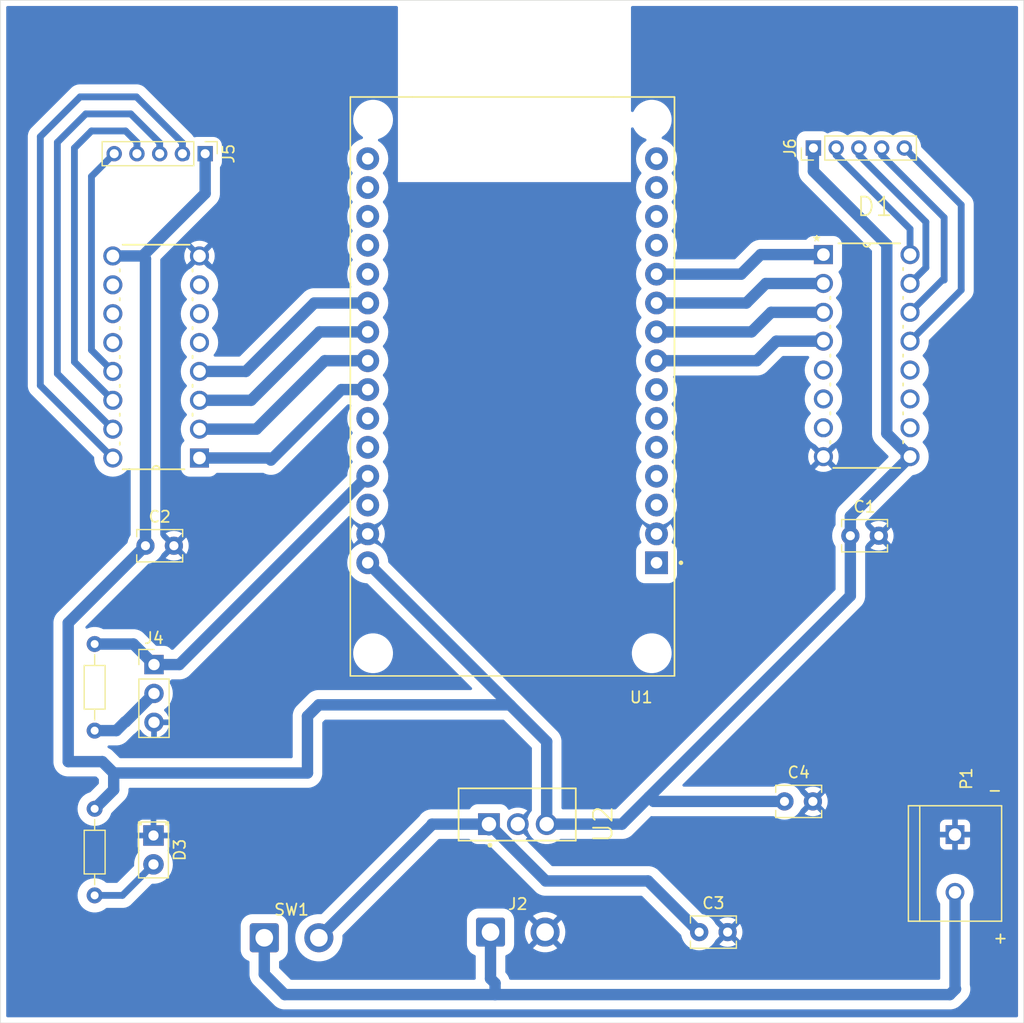
<source format=kicad_pcb>
(kicad_pcb (version 20240108) (generator "pcbnew") (generator_version "8.0")
  (layers (0 "F.Cu" signal) (31 "B.Cu" signal) (34 "B.Paste" user) (35 "F.Paste" user) (36 "B.SilkS" user "B.Silkscreen") (37 "F.SilkS" user "F.Silkscreen") (38 "B.Mask" user) (39 "F.Mask" user) (44 "Edge.Cuts" user))
  (net 0 "")
  (net 1 "GND")
  (net 2 "+5V")
  (net 3 "/D1 in3")
  (net 4 "/D1 in1")
  (net 5 "/D1 in2")
  (net 7 "Net-(D1-OUT2)")
  (net 12 "Net-(D1-OUT3)")
  (net 13 "Net-(D1-OUT4)")
  (net 14 "Net-(D1-OUT1)")
  (net 16 "/D1 in4")
  (net 17 "/D2 in4")
  (net 18 "/D2 in2")
  (net 19 "Net-(D2-OUT4)")
  (net 21 "/D2 in1")
  (net 22 "Net-(D2-OUT3)")
  (net 23 "/D2 in3")
  (net 25 "Net-(D2-OUT2)")
  (net 26 "Net-(D2-OUT1)")
  (net 31 "+12V")
  (net 32 "/sensor")
  (net 47 "Net-(SW1-B)")
  (net 52 "Net-(D3-A)")
  (footprint "Resistor_THT:R_Axial_DIN0204_L3.6mm_D1.6mm_P7.62mm_Horizontal" (layer "F.Cu") (at 108.825406 116.65 -90)
    (property "Reference" "R1" (hide yes))
    (property "Value" "4.3K ohms")
    (fp_line (start 1.89 0.92) (end 5.73 0.92) (stroke (width 0.12)) (layer "F.SilkS"))
    (fp_line (start 5.73 0.92) (end 5.73 -0.92) (stroke (width 0.12)) (layer "F.SilkS"))
    (fp_line (start 0.94 0) (end 1.89 0) (stroke (width 0.12)) (layer "F.SilkS"))
    (fp_line (start 6.68 0) (end 5.73 0) (stroke (width 0.12)) (layer "F.SilkS"))
    (fp_line (start 1.89 -0.92) (end 1.89 0.92) (stroke (width 0.12)) (layer "F.SilkS"))
    (fp_line (start 5.73 -0.92) (end 1.89 -0.92) (stroke (width 0.12)) (layer "F.SilkS"))
    (pad "1" thru_hole circle (at 0 0 270) (size 1.4 1.4) (drill 0.7) (layers "*.Cu" "*.Mask") (net 32 "/sensor"))
    (pad "2" thru_hole oval (at 7.62 0 270) (size 1.4 1.4) (drill 0.7) (layers "*.Cu" "*.Mask") (net 2 "+5V"))
  )
  (footprint "ESP32-DEVKIT-V1:MODULE_ESP32_DEVKIT_V1" (layer "F.Cu") (at 145.545406 93.985 180)
    (property "Reference" "U1" (at -11.355 -27.36 0) (layer "F.SilkS"))
    (property "Value" "ESP32-DEVKIT-V1")
    (fp_line (start 14.23 25.475) (end -14.28 25.475) (stroke (width 0.127)) (layer "F.SilkS"))
    (fp_line (start 14.23 -25.475) (end 14.23 25.475) (stroke (width 0.127)) (layer "F.SilkS"))
    (fp_line (start 14.23 -25.475) (end 14.23 25.475) (stroke (width 0.127)) (layer "F.SilkS"))
    (fp_line (start 8.78 25.475) (end 14.23 25.475) (stroke (width 0.127)) (layer "F.SilkS"))
    (fp_line (start 3.5 -25.475) (end 14.23 -25.475) (stroke (width 0.127)) (layer "F.SilkS"))
    (fp_line (start -3.211 -25.475) (end 3.5 -25.475) (stroke (width 0.127)) (layer "F.SilkS"))
    (fp_line (start -8.91 25.475) (end 8.78 25.475) (stroke (width 0.127)) (layer "F.SilkS"))
    (fp_line (start -14.28 25.475) (end -8.91 25.475) (stroke (width 0.127)) (layer "F.SilkS"))
    (fp_line (start -14.28 25.475) (end -14.28 -25.475) (stroke (width 0.127)) (layer "F.SilkS"))
    (fp_line (start -14.28 25.475) (end -14.28 -25.475) (stroke (width 0.127)) (layer "F.SilkS"))
    (fp_line (start -14.28 -25.475) (end 14.23 -25.475) (stroke (width 0.127)) (layer "F.SilkS"))
    (fp_line (start -14.28 -25.475) (end -3.211 -25.475) (stroke (width 0.127)) (layer "F.SilkS"))
    (fp_circle (center -14.85 -15.515) (end -14.75 -15.515) (stroke (width 0.2)) (fill none) (layer "F.SilkS"))
    (pad "" np_thru_hole circle (at -12.28 -23.475 180) (size 3 3) (drill 3) (layers "*.Cu" "*.Mask"))
    (pad "" np_thru_hole circle (at -12.28 23.475 180) (size 3 3) (drill 3) (layers "*.Cu" "*.Mask"))
    (pad "" np_thru_hole circle (at 12.23 -23.475 180) (size 3 3) (drill 3) (layers "*.Cu" "*.Mask"))
    (pad "" np_thru_hole circle (at 12.23 23.475 180) (size 3 3) (drill 3) (layers "*.Cu" "*.Mask"))
    (pad "1" thru_hole rect (at -12.7 -15.515 180) (size 2 2) (drill 1.02) (layers "*.Cu" "*.Mask"))
    (pad "2" thru_hole circle (at -12.7 -12.975 180) (size 2 2) (drill 1.02) (layers "*.Cu" "*.Mask") (net 1 "GND"))
    (pad "3" thru_hole circle (at -12.7 -10.435 180) (size 2 2) (drill 1.02) (layers "*.Cu" "*.Mask"))
    (pad "4" thru_hole circle (at -12.7 -7.895 180) (size 2 2) (drill 1.02) (layers "*.Cu" "*.Mask"))
    (pad "5" thru_hole circle (at -12.7 -5.355 180) (size 2 2) (drill 1.02) (layers "*.Cu" "*.Mask"))
    (pad "6" thru_hole circle (at -12.7 -2.815 180) (size 2 2) (drill 1.02) (layers "*.Cu" "*.Mask"))
    (pad "7" thru_hole circle (at -12.7 -0.275 180) (size 2 2) (drill 1.02) (layers "*.Cu" "*.Mask"))
    (pad "8" thru_hole circle (at -12.7 2.265 180) (size 2 2) (drill 1.02) (layers "*.Cu" "*.Mask") (net 16 "/D1 in4"))
    (pad "9" thru_hole circle (at -12.7 4.805 180) (size 2 2) (drill 1.02) (layers "*.Cu" "*.Mask") (net 3 "/D1 in3"))
    (pad "10" thru_hole circle (at -12.7 7.345 180) (size 2 2) (drill 1.02) (layers "*.Cu" "*.Mask") (net 5 "/D1 in2"))
    (pad "11" thru_hole circle (at -12.7 9.885 180) (size 2 2) (drill 1.02) (layers "*.Cu" "*.Mask") (net 4 "/D1 in1"))
    (pad "12" thru_hole circle (at -12.7 12.425 180) (size 2 2) (drill 1.02) (layers "*.Cu" "*.Mask"))
    (pad "13" thru_hole circle (at -12.7 14.965 180) (size 2 2) (drill 1.02) (layers "*.Cu" "*.Mask"))
    (pad "14" thru_hole circle (at -12.7 17.505 180) (size 2 2) (drill 1.02) (layers "*.Cu" "*.Mask"))
    (pad "15" thru_hole circle (at -12.7 20.045 180) (size 2 2) (drill 1.02) (layers "*.Cu" "*.Mask"))
    (pad "16" thru_hole circle (at 12.7 20.045 180) (size 2 2) (drill 1.02) (layers "*.Cu" "*.Mask"))
    (pad "17" thru_hole circle (at 12.7 17.505 180) (size 2 2) (drill 1.02) (layers "*.Cu" "*.Mask"))
    (pad "18" thru_hole circle (at 12.7 14.965 180) (size 2 2) (drill 1.02) (layers "*.Cu" "*.Mask"))
    (pad "19" thru_hole circle (at 12.7 12.425 180) (size 2 2) (drill 1.02) (layers "*.Cu" "*.Mask"))
    (pad "20" thru_hole circle (at 12.7 9.885 180) (size 2 2) (drill 1.02) (layers "*.Cu" "*.Mask"))
    (pad "21" thru_hole circle (at 12.7 7.345 180) (size 2 2) (drill 1.02) (layers "*.Cu" "*.Mask") (net 17 "/D2 in4"))
    (pad "22" thru_hole circle (at 12.7 4.805 180) (size 2 2) (drill 1.02) (layers "*.Cu" "*.Mask") (net 23 "/D2 in3"))
    (pad "23" thru_hole circle (at 12.7 2.265 180) (size 2 2) (drill 1.02) (layers "*.Cu" "*.Mask") (net 18 "/D2 in2"))
    (pad "24" thru_hole circle (at 12.7 -0.275 180) (size 2 2) (drill 1.02) (layers "*.Cu" "*.Mask") (net 21 "/D2 in1"))
    (pad "25" thru_hole circle (at 12.7 -2.815 180) (size 2 2) (drill 1.02) (layers "*.Cu" "*.Mask"))
    (pad "26" thru_hole circle (at 12.7 -5.355 180) (size 2 2) (drill 1.02) (layers "*.Cu" "*.Mask"))
    (pad "27" thru_hole circle (at 12.7 -7.895 180) (size 2 2) (drill 1.02) (layers "*.Cu" "*.Mask") (net 32 "/sensor"))
    (pad "28" thru_hole circle (at 12.7 -10.435 180) (size 2 2) (drill 1.02) (layers "*.Cu" "*.Mask"))
    (pad "29" thru_hole circle (at 12.7 -12.975 180) (size 2 2) (drill 1.02) (layers "*.Cu" "*.Mask") (net 1 "GND"))
    (pad "30" thru_hole circle (at 12.7 -15.515 180) (size 2 2) (drill 1.02) (layers "*.Cu" "*.Mask") (net 2 "+5V"))
    (zone (net 0) (net_name "") (layer "B.Cu") (connect_pads (clearance 0)) (min_thickness 0.01)
      (keepout (tracks not_allowed) (vias not_allowed) (pads not_allowed) (copperpour not_allowed) (footprints allowed))
      (fill (thermal_gap 0.508) (thermal_bridge_width 0.508))
      (polygon (pts (xy 154.455406 75) (xy 136.765406 75) (xy 136.765406 68.51) (xy 154.455406 68.51)))
    )
  )
  (footprint "L7805ACV:TO254P460X1020X1945-3P" (layer "F.Cu") (at 146.045406 132.5 90)
    (property "Reference" "U2" (at 0 7.5 90) (layer "F.SilkS") (effects (font (size 1.641433 1.641433))))
    (property "Value" "L7805ACV")
    (fp_line (start 3.15 -5.207) (end 3.15 5.1) (stroke (width 0.1524)) (layer "F.SilkS"))
    (fp_line (start -1.45 -5.207) (end 3.15 -5.207) (stroke (width 0.1524)) (layer "F.SilkS"))
    (fp_line (start 3.15 5.1) (end -1.45 5.1) (stroke (width 0.1524)) (layer "F.SilkS"))
    (fp_line (start -1.45 5.1) (end -1.45 -5.207) (stroke (width 0.1524)) (layer "F.SilkS"))
    (fp_circle (center -1.85 -2.45) (end -1.738197 -2.45) (stroke (width 0.2)) (fill none) (layer "F.SilkS"))
    (pad "1" thru_hole rect (at 0 -2.54 90) (size 1.91 1.91) (drill 1.27) (layers "*.Cu" "*.Mask") (net 47 "Net-(SW1-B)"))
    (pad "2" thru_hole circle (at 0 0 90) (size 1.91 1.91) (drill 1.27) (layers "*.Cu" "*.Mask") (net 1 "GND"))
    (pad "3" thru_hole circle (at 0 2.54 90) (size 1.91 1.91) (drill 1.27) (layers "*.Cu" "*.Mask") (net 2 "+5V"))
  )
  (footprint "Connector_Wire:SolderWire-0.75sqmm_1x02_P4.8mm_D1.25mm_OD2.3mm" (layer "F.Cu") (at 123.745406 142.5)
    (property "Reference" "SW1" (at 2.4 -2.47 0) (layer "F.SilkS"))
    (property "Value" "SW_SPST")
    (pad "1" thru_hole roundrect (at 0 0) (size 2.55 2.55) (drill 1.55) (layers "*.Cu" "*.Mask") (roundrect_rratio 0.098039) (net 31 "+12V"))
    (pad "2" thru_hole circle (at 4.8 0) (size 2.55 2.55) (drill 1.55) (layers "*.Cu" "*.Mask") (net 47 "Net-(SW1-B)"))
  )
  (footprint "Connector_PinHeader_2.00mm:PinHeader_1x05_P2.00mm_Vertical" (layer "F.Cu") (at 172.045406 73 90)
    (property "Reference" "J6" (at 0 -2.06 90) (layer "F.SilkS"))
    (property "Value" "Motorpasoapaso2")
    (fp_line (start -1.06 -1.06) (end 0 -1.06) (stroke (width 0.12)) (layer "F.SilkS"))
    (fp_line (start -1.06 0) (end -1.06 -1.06) (stroke (width 0.12)) (layer "F.SilkS"))
    (fp_line (start 1.06 1) (end 1.06 9.06) (stroke (width 0.12)) (layer "F.SilkS"))
    (fp_line (start -1.06 1) (end 1.06 1) (stroke (width 0.12)) (layer "F.SilkS"))
    (fp_line (start -1.06 1) (end -1.06 9.06) (stroke (width 0.12)) (layer "F.SilkS"))
    (fp_line (start -1.06 9.06) (end 1.06 9.06) (stroke (width 0.12)) (layer "F.SilkS"))
    (pad "1" thru_hole rect (at 0 0 90) (size 1.35 1.35) (drill 0.8) (layers "*.Cu" "*.Mask") (net 2 "+5V"))
    (pad "2" thru_hole oval (at 0 2 90) (size 1.35 1.35) (drill 0.8) (layers "*.Cu" "*.Mask") (net 14 "Net-(D1-OUT1)"))
    (pad "3" thru_hole oval (at 0 4 90) (size 1.35 1.35) (drill 0.8) (layers "*.Cu" "*.Mask") (net 7 "Net-(D1-OUT2)"))
    (pad "4" thru_hole oval (at 0 6 90) (size 1.35 1.35) (drill 0.8) (layers "*.Cu" "*.Mask") (net 12 "Net-(D1-OUT3)"))
    (pad "5" thru_hole oval (at 0 8 90) (size 1.35 1.35) (drill 0.8) (layers "*.Cu" "*.Mask") (net 13 "Net-(D1-OUT4)"))
  )
  (footprint "Capacitor_THT:C_Disc_D3.8mm_W2.6mm_P2.50mm" (layer "F.Cu") (at 162 142)
    (property "Reference" "C3" (at 1.25 -2.55 0) (layer "F.SilkS"))
    (property "Value" "0.33 uF")
    (fp_line (start -0.77 -1.42) (end -0.77 -0.795) (stroke (width 0.12)) (layer "F.SilkS"))
    (fp_line (start -0.77 -1.42) (end 3.27 -1.42) (stroke (width 0.12)) (layer "F.SilkS"))
    (fp_line (start -0.77 0.795) (end -0.77 1.42) (stroke (width 0.12)) (layer "F.SilkS"))
    (fp_line (start -0.77 1.42) (end 3.27 1.42) (stroke (width 0.12)) (layer "F.SilkS"))
    (fp_line (start 3.27 -1.42) (end 3.27 -0.795) (stroke (width 0.12)) (layer "F.SilkS"))
    (fp_line (start 3.27 0.795) (end 3.27 1.42) (stroke (width 0.12)) (layer "F.SilkS"))
    (pad "1" thru_hole circle (at 0 0) (size 1.6 1.6) (drill 0.8) (layers "*.Cu" "*.Mask") (net 47 "Net-(SW1-B)"))
    (pad "2" thru_hole circle (at 2.5 0) (size 1.6 1.6) (drill 0.8) (layers "*.Cu" "*.Mask") (net 1 "GND"))
  )
  (footprint "ULN2003A:DIP254P762X445-16" (layer "F.Cu") (at 110.425406 82.5 180)
    (property "Reference" "D2" (hide yes))
    (property "Value" "ULN2003A")
    (fp_line (start -0.6096 -1.1684) (end -0.6096 -1.3716) (stroke (width 0.1524)) (layer "F.SilkS"))
    (fp_line (start -0.6096 -3.7084) (end -0.6096 -3.9116) (stroke (width 0.1524)) (layer "F.SilkS"))
    (fp_line (start -0.6096 -6.2484) (end -0.6096 -6.4516) (stroke (width 0.1524)) (layer "F.SilkS"))
    (fp_line (start -0.6096 -8.7884) (end -0.6096 -8.9916) (stroke (width 0.1524)) (layer "F.SilkS"))
    (fp_line (start -0.6096 -11.3284) (end -0.6096 -11.5316) (stroke (width 0.1524)) (layer "F.SilkS"))
    (fp_line (start -0.6096 -13.8684) (end -0.6096 -14.0716) (stroke (width 0.1524)) (layer "F.SilkS"))
    (fp_line (start -0.6096 -16.4084) (end -0.6096 -16.6116) (stroke (width 0.1524)) (layer "F.SilkS"))
    (fp_line (start -0.8636 -18.7706) (end -3.5052 -18.7706) (stroke (width 0.1524)) (layer "F.SilkS"))
    (fp_line (start -3.5052 -18.7706) (end -4.1148 -18.7706) (stroke (width 0.1524)) (layer "F.SilkS"))
    (fp_line (start -4.1148 -18.7706) (end -6.2992 -18.7706) (stroke (width 0.1524)) (layer "F.SilkS"))
    (fp_line (start -6.7564 0.9906) (end -0.8636 0.9906) (stroke (width 0.1524)) (layer "F.SilkS"))
    (fp_line (start -7.0104 -1.3716) (end -7.0104 -1.1684) (stroke (width 0.1524)) (layer "F.SilkS"))
    (fp_line (start -7.0104 -3.9116) (end -7.0104 -3.7084) (stroke (width 0.1524)) (layer "F.SilkS"))
    (fp_line (start -7.0104 -6.4516) (end -7.0104 -6.2484) (stroke (width 0.1524)) (layer "F.SilkS"))
    (fp_line (start -7.0104 -8.9916) (end -7.0104 -8.7884) (stroke (width 0.1524)) (layer "F.SilkS"))
    (fp_line (start -7.0104 -11.5316) (end -7.0104 -11.3284) (stroke (width 0.1524)) (layer "F.SilkS"))
    (fp_line (start -7.0104 -14.0716) (end -7.0104 -13.8684) (stroke (width 0.1524)) (layer "F.SilkS"))
    (fp_arc (start -3.5052 -18.7706) (mid -3.81 -18.4658) (end -4.1148 -18.7706) (stroke (width 0.1524)) (layer "F.SilkS"))
    (pad "1" thru_hole rect (at -7.62 -17.78 180) (size 1.6764 1.6764) (drill 1.1176) (layers "*.Cu" "*.Mask") (net 21 "/D2 in1"))
    (pad "2" thru_hole circle (at -7.62 -15.24 180) (size 1.6764 1.6764) (drill 1.1176) (layers "*.Cu" "*.Mask") (net 18 "/D2 in2"))
    (pad "3" thru_hole circle (at -7.62 -12.7 180) (size 1.6764 1.6764) (drill 1.1176) (layers "*.Cu" "*.Mask") (net 23 "/D2 in3"))
    (pad "4" thru_hole circle (at -7.62 -10.16 180) (size 1.6764 1.6764) (drill 1.1176) (layers "*.Cu" "*.Mask") (net 17 "/D2 in4"))
    (pad "5" thru_hole circle (at -7.62 -7.62 180) (size 1.6764 1.6764) (drill 1.1176) (layers "*.Cu" "*.Mask"))
    (pad "6" thru_hole circle (at -7.62 -5.08 180) (size 1.6764 1.6764) (drill 1.1176) (layers "*.Cu" "*.Mask"))
    (pad "7" thru_hole circle (at -7.62 -2.54 180) (size 1.6764 1.6764) (drill 1.1176) (layers "*.Cu" "*.Mask"))
    (pad "8" thru_hole circle (at -7.62 0 180) (size 1.6764 1.6764) (drill 1.1176) (layers "*.Cu" "*.Mask") (net 1 "GND"))
    (pad "9" thru_hole circle (at 0 0 180) (size 1.6764 1.6764) (drill 1.1176) (layers "*.Cu" "*.Mask") (net 2 "+5V"))
    (pad "10" thru_hole circle (at 0 -2.54 180) (size 1.6764 1.6764) (drill 1.1176) (layers "*.Cu" "*.Mask"))
    (pad "11" thru_hole circle (at 0 -5.08 180) (size 1.6764 1.6764) (drill 1.1176) (layers "*.Cu" "*.Mask"))
    (pad "12" thru_hole circle (at 0 -7.62 180) (size 1.6764 1.6764) (drill 1.1176) (layers "*.Cu" "*.Mask"))
    (pad "13" thru_hole circle (at 0 -10.16 180) (size 1.6764 1.6764) (drill 1.1176) (layers "*.Cu" "*.Mask") (net 19 "Net-(D2-OUT4)"))
    (pad "14" thru_hole circle (at 0 -12.7 180) (size 1.6764 1.6764) (drill 1.1176) (layers "*.Cu" "*.Mask") (net 22 "Net-(D2-OUT3)"))
    (pad "15" thru_hole circle (at 0 -15.24 180) (size 1.6764 1.6764) (drill 1.1176) (layers "*.Cu" "*.Mask") (net 25 "Net-(D2-OUT2)"))
    (pad "16" thru_hole circle (at 0 -17.78 180) (size 1.6764 1.6764) (drill 1.1176) (layers "*.Cu" "*.Mask") (net 26 "Net-(D2-OUT1)"))
  )
  (footprint "Resistor_THT:R_Axial_DIN0204_L3.6mm_D1.6mm_P7.62mm_Horizontal" (layer "F.Cu") (at 108.825406 138.77 90)
    (property "Reference" "R2" (hide yes))
    (property "Value" "520 ohms")
    (fp_line (start 5.73 -0.92) (end 1.89 -0.92) (stroke (width 0.12)) (layer "F.SilkS"))
    (fp_line (start 1.89 -0.92) (end 1.89 0.92) (stroke (width 0.12)) (layer "F.SilkS"))
    (fp_line (start 6.68 0) (end 5.73 0) (stroke (width 0.12)) (layer "F.SilkS"))
    (fp_line (start 0.94 0) (end 1.89 0) (stroke (width 0.12)) (layer "F.SilkS"))
    (fp_line (start 5.73 0.92) (end 5.73 -0.92) (stroke (width 0.12)) (layer "F.SilkS"))
    (fp_line (start 1.89 0.92) (end 5.73 0.92) (stroke (width 0.12)) (layer "F.SilkS"))
    (pad "1" thru_hole circle (at 0 0 90) (size 1.4 1.4) (drill 0.7) (layers "*.Cu" "*.Mask") (net 52 "Net-(D3-A)"))
    (pad "2" thru_hole oval (at 7.62 0 90) (size 1.4 1.4) (drill 0.7) (layers "*.Cu" "*.Mask") (net 2 "+5V"))
  )
  (footprint "ULN2003A:DIP254P762X445-16" (layer "F.Cu") (at 180.545406 100.16)
    (property "Reference" "D1" (at -3.0988 -21.9964 0) (layer "F.SilkS") (effects (font (size 1.64 1.64))))
    (property "Value" "ULN2003A")
    (fp_line (start -7.0104 -14.0716) (end -7.0104 -13.8684) (stroke (width 0.1524)) (layer "F.SilkS"))
    (fp_line (start -7.0104 -11.5316) (end -7.0104 -11.3284) (stroke (width 0.1524)) (layer "F.SilkS"))
    (fp_line (start -7.0104 -8.9916) (end -7.0104 -8.7884) (stroke (width 0.1524)) (layer "F.SilkS"))
    (fp_line (start -7.0104 -6.4516) (end -7.0104 -6.2484) (stroke (width 0.1524)) (layer "F.SilkS"))
    (fp_line (start -7.0104 -3.9116) (end -7.0104 -3.7084) (stroke (width 0.1524)) (layer "F.SilkS"))
    (fp_line (start -7.0104 -1.3716) (end -7.0104 -1.1684) (stroke (width 0.1524)) (layer "F.SilkS"))
    (fp_line (start -6.7564 0.9906) (end -0.8636 0.9906) (stroke (width 0.1524)) (layer "F.SilkS"))
    (fp_line (start -4.1148 -18.7706) (end -6.2992 -18.7706) (stroke (width 0.1524)) (layer "F.SilkS"))
    (fp_line (start -3.5052 -18.7706) (end -4.1148 -18.7706) (stroke (width 0.1524)) (layer "F.SilkS"))
    (fp_line (start -0.8636 -18.7706) (end -3.5052 -18.7706) (stroke (width 0.1524)) (layer "F.SilkS"))
    (fp_line (start -0.6096 -16.4084) (end -0.6096 -16.6116) (stroke (width 0.1524)) (layer "F.SilkS"))
    (fp_line (start -0.6096 -13.8684) (end -0.6096 -14.0716) (stroke (width 0.1524)) (layer "F.SilkS"))
    (fp_line (start -0.6096 -11.3284) (end -0.6096 -11.5316) (stroke (width 0.1524)) (layer "F.SilkS"))
    (fp_line (start -0.6096 -8.7884) (end -0.6096 -8.9916) (stroke (width 0.1524)) (layer "F.SilkS"))
    (fp_line (start -0.6096 -6.2484) (end -0.6096 -6.4516) (stroke (width 0.1524)) (layer "F.SilkS"))
    (fp_line (start -0.6096 -3.7084) (end -0.6096 -3.9116) (stroke (width 0.1524)) (layer "F.SilkS"))
    (fp_line (start -0.6096 -1.1684) (end -0.6096 -1.3716) (stroke (width 0.1524)) (layer "F.SilkS"))
    (fp_arc (start -3.5052 -18.7706) (mid -3.81 -18.4658) (end -4.1148 -18.7706) (stroke (width 0.1524)) (layer "F.SilkS"))
    (fp_text user "*" (at -8.2042 -18.8976 0) (layer "F.SilkS"))
    (pad "1" thru_hole rect (at -7.62 -17.78) (size 1.6764 1.6764) (drill 1.1176) (layers "*.Cu" "*.Mask") (net 4 "/D1 in1"))
    (pad "2" thru_hole circle (at -7.62 -15.24) (size 1.6764 1.6764) (drill 1.1176) (layers "*.Cu" "*.Mask") (net 5 "/D1 in2"))
    (pad "3" thru_hole circle (at -7.62 -12.7) (size 1.6764 1.6764) (drill 1.1176) (layers "*.Cu" "*.Mask") (net 3 "/D1 in3"))
    (pad "4" thru_hole circle (at -7.62 -10.16) (size 1.6764 1.6764) (drill 1.1176) (layers "*.Cu" "*.Mask") (net 16 "/D1 in4"))
    (pad "5" thru_hole circle (at -7.62 -7.62) (size 1.6764 1.6764) (drill 1.1176) (layers "*.Cu" "*.Mask"))
    (pad "6" thru_hole circle (at -7.62 -5.08) (size 1.6764 1.6764) (drill 1.1176) (layers "*.Cu" "*.Mask"))
    (pad "7" thru_hole circle (at -7.62 -2.54) (size 1.6764 1.6764) (drill 1.1176) (layers "*.Cu" "*.Mask"))
    (pad "8" thru_hole circle (at -7.62 0) (size 1.6764 1.6764) (drill 1.1176) (layers "*.Cu" "*.Mask") (net 1 "GND"))
    (pad "9" thru_hole circle (at 0 0) (size 1.6764 1.6764) (drill 1.1176) (layers "*.Cu" "*.Mask") (net 2 "+5V"))
    (pad "10" thru_hole circle (at 0 -2.54) (size 1.6764 1.6764) (drill 1.1176) (layers "*.Cu" "*.Mask"))
    (pad "11" thru_hole circle (at 0 -5.08) (size 1.6764 1.6764) (drill 1.1176) (layers "*.Cu" "*.Mask"))
    (pad "12" thru_hole circle (at 0 -7.62) (size 1.6764 1.6764) (drill 1.1176) (layers "*.Cu" "*.Mask"))
    (pad "13" thru_hole circle (at 0 -10.16) (size 1.6764 1.6764) (drill 1.1176) (layers "*.Cu" "*.Mask") (net 13 "Net-(D1-OUT4)"))
    (pad "14" thru_hole circle (at 0 -12.7) (size 1.6764 1.6764) (drill 1.1176) (layers "*.Cu" "*.Mask") (net 12 "Net-(D1-OUT3)"))
    (pad "15" thru_hole circle (at 0 -15.24) (size 1.6764 1.6764) (drill 1.1176) (layers "*.Cu" "*.Mask") (net 7 "Net-(D1-OUT2)"))
    (pad "16" thru_hole circle (at 0 -17.78) (size 1.6764 1.6764) (drill 1.1176) (layers "*.Cu" "*.Mask") (net 14 "Net-(D1-OUT1)"))
  )
  (footprint "Capacitor_THT:C_Disc_D3.8mm_W2.6mm_P2.50mm" (layer "F.Cu") (at 113.295406 108)
    (property "Reference" "C2" (at 1.25 -2.55 0) (layer "F.SilkS"))
    (property "Value" "100nF")
    (fp_line (start -0.77 -1.42) (end -0.77 -0.795) (stroke (width 0.12)) (layer "F.SilkS"))
    (fp_line (start -0.77 -1.42) (end 3.27 -1.42) (stroke (width 0.12)) (layer "F.SilkS"))
    (fp_line (start -0.77 0.795) (end -0.77 1.42) (stroke (width 0.12)) (layer "F.SilkS"))
    (fp_line (start -0.77 1.42) (end 3.27 1.42) (stroke (width 0.12)) (layer "F.SilkS"))
    (fp_line (start 3.27 -1.42) (end 3.27 -0.795) (stroke (width 0.12)) (layer "F.SilkS"))
    (fp_line (start 3.27 0.795) (end 3.27 1.42) (stroke (width 0.12)) (layer "F.SilkS"))
    (pad "1" thru_hole circle (at 0 0) (size 1.6 1.6) (drill 0.8) (layers "*.Cu" "*.Mask") (net 2 "+5V"))
    (pad "2" thru_hole circle (at 2.5 0) (size 1.6 1.6) (drill 0.8) (layers "*.Cu" "*.Mask") (net 1 "GND"))
  )
  (footprint "Capacitor_THT:C_Disc_D3.8mm_W2.6mm_P2.50mm" (layer "F.Cu") (at 175.295406 107.12)
    (property "Reference" "C1" (at 1.25 -2.55 0) (layer "F.SilkS"))
    (property "Value" "100nF")
    (fp_line (start -0.77 -1.42) (end -0.77 -0.795) (stroke (width 0.12)) (layer "F.SilkS"))
    (fp_line (start -0.77 -1.42) (end 3.27 -1.42) (stroke (width 0.12)) (layer "F.SilkS"))
    (fp_line (start -0.77 0.795) (end -0.77 1.42) (stroke (width 0.12)) (layer "F.SilkS"))
    (fp_line (start -0.77 1.42) (end 3.27 1.42) (stroke (width 0.12)) (layer "F.SilkS"))
    (fp_line (start 3.27 -1.42) (end 3.27 -0.795) (stroke (width 0.12)) (layer "F.SilkS"))
    (fp_line (start 3.27 0.795) (end 3.27 1.42) (stroke (width 0.12)) (layer "F.SilkS"))
    (pad "1" thru_hole circle (at 0 0) (size 1.6 1.6) (drill 0.8) (layers "*.Cu" "*.Mask") (net 2 "+5V"))
    (pad "2" thru_hole circle (at 2.5 0) (size 1.6 1.6) (drill 0.8) (layers "*.Cu" "*.Mask") (net 1 "GND"))
  )
  (footprint "LED_THT:LED_D2.0mm_W4.8mm_H2.5mm_FlatTop" (layer "F.Cu") (at 114 133.5 -90)
    (property "Reference" "D3" (at 1.27 -2.31 90) (layer "F.SilkS"))
    (property "Value" "LED")
    (fp_line (start -1.19 1.31) (end 3.73 1.31) (stroke (width 0.12)) (layer "F.SilkS"))
    (fp_line (start -1.07 1.08) (end -1.07 1.31) (stroke (width 0.12)) (layer "F.SilkS"))
    (fp_line (start -0.95 1.08) (end -0.95 1.31) (stroke (width 0.12)) (layer "F.SilkS"))
    (fp_line (start -1.19 -1.31) (end -1.19 1.31) (stroke (width 0.12)) (layer "F.SilkS"))
    (fp_line (start -1.19 -1.31) (end 3.73 -1.31) (stroke (width 0.12)) (layer "F.SilkS"))
    (fp_line (start -1.07 -1.31) (end -1.07 -1.08) (stroke (width 0.12)) (layer "F.SilkS"))
    (fp_line (start -0.95 -1.31) (end -0.95 -1.08) (stroke (width 0.12)) (layer "F.SilkS"))
    (fp_line (start 3.73 -1.31) (end 3.73 1.31) (stroke (width 0.12)) (layer "F.SilkS"))
    (pad "1" thru_hole rect (at 0 0 270) (size 1.8 1.8) (drill 0.9) (layers "*.Cu" "*.Mask") (net 1 "GND"))
    (pad "2" thru_hole circle (at 2.54 0 270) (size 1.8 1.8) (drill 0.9) (layers "*.Cu" "*.Mask") (net 52 "Net-(D3-A)"))
  )
  (footprint "Connector_Wire:SolderWire-0.75sqmm_1x02_P4.8mm_D1.25mm_OD2.3mm" (layer "F.Cu") (at 143.645406 142)
    (property "Reference" "J2" (at 2.4 -2.47 0) (layer "F.SilkS"))
    (property "Value" "calentador")
    (pad "1" thru_hole roundrect (at 0 0) (size 2.55 2.55) (drill 1.55) (layers "*.Cu" "*.Mask") (roundrect_rratio 0.098039) (net 31 "+12V"))
    (pad "2" thru_hole circle (at 4.8 0) (size 2.55 2.55) (drill 1.55) (layers "*.Cu" "*.Mask") (net 1 "GND"))
  )
  (footprint "Molex 2 pines:TE_282837-2" (layer "F.Cu") (at 184.5 135.96 -90)
    (property "Reference" "P1" (at -7.46 -1 90) (layer "F.SilkS") (effects (font (size 1.002039 1.002039))))
    (property "Value" "282837-2")
    (fp_line (start -5.08 4.1) (end -5.08 3.1) (stroke (width 0.127)) (layer "F.SilkS"))
    (fp_line (start 5.08 4.1) (end -5.08 4.1) (stroke (width 0.127)) (layer "F.SilkS"))
    (fp_line (start -5.08 3.1) (end 5.08 3.1) (stroke (width 0.127)) (layer "F.SilkS"))
    (fp_line (start -5.08 3.1) (end -5.08 -4.1) (stroke (width 0.127)) (layer "F.SilkS"))
    (fp_line (start 5.08 3.1) (end 5.08 4.1) (stroke (width 0.127)) (layer "F.SilkS"))
    (fp_line (start -5.08 -4.1) (end 5.08 -4.1) (stroke (width 0.127)) (layer "F.SilkS"))
    (fp_line (start 5.08 -4.1) (end 5.08 3.1) (stroke (width 0.127)) (layer "F.SilkS"))
    (pad "1" thru_hole rect (at -2.54 0 270) (size 1.65 1.65) (drill 1.1) (layers "*.Cu" "*.Mask") (net 1 "GND"))
    (pad "2" thru_hole circle (at 2.54 0 270) (size 1.65 1.65) (drill 1.1) (layers "*.Cu" "*.Mask") (net 31 "+12V"))
  )
  (footprint "Connector_PinHeader_2.54mm:PinHeader_1x03_P2.54mm_Vertical" (layer "F.Cu") (at 114.045406 118.46)
    (property "Reference" "J4" (at 0 -2.33 0) (layer "F.SilkS"))
    (property "Value" "ds18n20")
    (fp_line (start -1.33 -1.33) (end 0 -1.33) (stroke (width 0.12)) (layer "F.SilkS"))
    (fp_line (start -1.33 0) (end -1.33 -1.33) (stroke (width 0.12)) (layer "F.SilkS"))
    (fp_line (start -1.33 1.27) (end -1.33 6.41) (stroke (width 0.12)) (layer "F.SilkS"))
    (fp_line (start -1.33 1.27) (end 1.33 1.27) (stroke (width 0.12)) (layer "F.SilkS"))
    (fp_line (start -1.33 6.41) (end 1.33 6.41) (stroke (width 0.12)) (layer "F.SilkS"))
    (fp_line (start 1.33 1.27) (end 1.33 6.41) (stroke (width 0.12)) (layer "F.SilkS"))
    (pad "1" thru_hole rect (at 0 0) (size 1.7 1.7) (drill 1) (layers "*.Cu" "*.Mask") (net 32 "/sensor"))
    (pad "2" thru_hole oval (at 0 2.54) (size 1.7 1.7) (drill 1) (layers "*.Cu" "*.Mask") (net 2 "+5V"))
    (pad "3" thru_hole oval (at 0 5.08) (size 1.7 1.7) (drill 1) (layers "*.Cu" "*.Mask") (net 1 "GND"))
  )
  (footprint "Connector_PinHeader_2.00mm:PinHeader_1x05_P2.00mm_Vertical" (layer "F.Cu") (at 118.545406 73.5 -90)
    (property "Reference" "J5" (at 0 -2.06 90) (layer "F.SilkS"))
    (property "Value" "Motorpasoapaso2")
    (fp_line (start -1.06 9.06) (end 1.06 9.06) (stroke (width 0.12)) (layer "F.SilkS"))
    (fp_line (start -1.06 1) (end -1.06 9.06) (stroke (width 0.12)) (layer "F.SilkS"))
    (fp_line (start -1.06 1) (end 1.06 1) (stroke (width 0.12)) (layer "F.SilkS"))
    (fp_line (start 1.06 1) (end 1.06 9.06) (stroke (width 0.12)) (layer "F.SilkS"))
    (fp_line (start -1.06 0) (end -1.06 -1.06) (stroke (width 0.12)) (layer "F.SilkS"))
    (fp_line (start -1.06 -1.06) (end 0 -1.06) (stroke (width 0.12)) (layer "F.SilkS"))
    (pad "1" thru_hole rect (at 0 0 270) (size 1.35 1.35) (drill 0.8) (layers "*.Cu" "*.Mask") (net 2 "+5V"))
    (pad "2" thru_hole oval (at 0 2 270) (size 1.35 1.35) (drill 0.8) (layers "*.Cu" "*.Mask") (net 26 "Net-(D2-OUT1)"))
    (pad "3" thru_hole oval (at 0 4 270) (size 1.35 1.35) (drill 0.8) (layers "*.Cu" "*.Mask") (net 25 "Net-(D2-OUT2)"))
    (pad "4" thru_hole oval (at 0 6 270) (size 1.35 1.35) (drill 0.8) (layers "*.Cu" "*.Mask") (net 22 "Net-(D2-OUT3)"))
    (pad "5" thru_hole oval (at 0 8 270) (size 1.35 1.35) (drill 0.8) (layers "*.Cu" "*.Mask") (net 19 "Net-(D2-OUT4)"))
  )
  (footprint "Capacitor_THT:C_Disc_D3.8mm_W2.6mm_P2.50mm" (layer "F.Cu") (at 169.5 130.5)
    (property "Reference" "C4" (at 1.25 -2.55 0) (layer "F.SilkS"))
    (property "Value" "0.1 uF")
    (fp_line (start -0.77 -1.42) (end -0.77 -0.795) (stroke (width 0.12)) (layer "F.SilkS"))
    (fp_line (start -0.77 -1.42) (end 3.27 -1.42) (stroke (width 0.12)) (layer "F.SilkS"))
    (fp_line (start -0.77 0.795) (end -0.77 1.42) (stroke (width 0.12)) (layer "F.SilkS"))
    (fp_line (start -0.77 1.42) (end 3.27 1.42) (stroke (width 0.12)) (layer "F.SilkS"))
    (fp_line (start 3.27 -1.42) (end 3.27 -0.795) (stroke (width 0.12)) (layer "F.SilkS"))
    (fp_line (start 3.27 0.795) (end 3.27 1.42) (stroke (width 0.12)) (layer "F.SilkS"))
    (pad "1" thru_hole circle (at 0 0) (size 1.6 1.6) (drill 0.8) (layers "*.Cu" "*.Mask") (net 2 "+5V"))
    (pad "2" thru_hole circle (at 2.5 0) (size 1.6 1.6) (drill 0.8) (layers "*.Cu" "*.Mask") (net 1 "GND"))
  )
  (gr_rect (start 100.545406 60) (end 190.545406 150) (stroke (width 0.05)) (fill none) (layer "Edge.Cuts"))
  (gr_text "-\n" (at 188 129.5 0) (layer "F.SilkS") (effects (font (size 1 1))))
  (gr_text "+\n" (at 188.5 142.5 0) (layer "F.SilkS") (effects (font (size 1 1))))
  (segment (start 113.295406 108) (end 113.295406 82.75) (width 1) (layer "B.Cu") (net 2))
  (segment (start 106.5 127) (end 109.499139 127) (width 1) (layer "B.Cu") (net 2))
  (segment (start 110.499139 128) (end 110.499139 129.476267) (width 1) (layer "B.Cu") (net 2))
  (segment (start 175.295406 112.41) (end 157.602703 130.102703) (width 1) (layer "B.Cu") (net 2))
  (segment (start 110.499139 128) (end 127.545406 128) (width 1) (layer "B.Cu") (net 2))
  (segment (start 111.5 123.5) (end 110.73 124.27) (width 1) (layer "B.Cu") (net 2))
  (segment (start 128.545406 122) (end 145.345406 122) (width 1) (layer "B.Cu") (net 2))
  (segment (start 110.73 124.27) (end 108.825406 124.27) (width 1) (layer "B.Cu") (net 2))
  (segment (start 106.5 114.795406) (end 106.5 127) (width 1) (layer "B.Cu") (net 2))
  (segment (start 114.045406 121) (end 111.545406 123.5) (width 1) (layer "B.Cu") (net 2))
  (segment (start 175.295406 105.41) (end 180.545406 100.16) (width 1) (layer "B.Cu") (net 2))
  (segment (start 113.295406 82.75) (end 113.045406 82.5) (width 1) (layer "B.Cu") (net 2))
  (segment (start 132.845406 109.5) (end 145.422703 122.077297) (width 1) (layer "B.Cu") (net 2))
  (segment (start 172.045406 73) (end 172.045406 75.045406) (width 1) (layer "B.Cu") (net 2))
  (segment (start 113.295406 108) (end 106.5 114.795406) (width 1) (layer "B.Cu") (net 2))
  (segment (start 118.545406 77) (end 118.545406 73.5) (width 1) (layer "B.Cu") (net 2))
  (segment (start 175.295406 107.12) (end 175.295406 105.41) (width 1) (layer "B.Cu") (net 2))
  (segment (start 155.205406 132.5) (end 148.585406 132.5) (width 1) (layer "B.Cu") (net 2))
  (segment (start 110.499139 129.476267) (end 108.825406 131.15) (width 1) (layer "B.Cu") (net 2))
  (segment (start 145.345406 122) (end 145.422703 122.077297) (width 1) (layer "B.Cu") (net 2))
  (segment (start 110.425406 82.5) (end 113.045406 82.5) (width 1) (layer "B.Cu") (net 2))
  (segment (start 169.5 130.5) (end 158 130.5) (width 1) (layer "B.Cu") (net 2))
  (segment (start 172.045406 75.045406) (end 178.5 81.5) (width 1) (layer "B.Cu") (net 2))
  (segment (start 175.295406 112.41) (end 175.295406 107.12) (width 1) (layer "B.Cu") (net 2))
  (segment (start 157.602703 130.102703) (end 155.205406 132.5) (width 1) (layer "B.Cu") (net 2))
  (segment (start 145.422703 122.077297) (end 148.585406 125.24) (width 1) (layer "B.Cu") (net 2))
  (segment (start 178.5 81.5) (end 178.5 98.114594) (width 1) (layer "B.Cu") (net 2))
  (segment (start 109.499139 127) (end 110.499139 128) (width 1) (layer "B.Cu") (net 2))
  (segment (start 111.545406 123.5) (end 111.5 123.5) (width 1) (layer "B.Cu") (net 2))
  (segment (start 148.585406 125.24) (end 148.585406 132.5) (width 1) (layer "B.Cu") (net 2))
  (segment (start 113.045406 82.5) (end 118.545406 77) (width 1) (layer "B.Cu") (net 2))
  (segment (start 127.545406 128) (end 127.545406 123) (width 1) (layer "B.Cu") (net 2))
  (segment (start 127.545406 123) (end 128.545406 122) (width 1) (layer "B.Cu") (net 2))
  (segment (start 178.5 98.114594) (end 180.545406 100.16) (width 1) (layer "B.Cu") (net 2))
  (segment (start 158 130.5) (end 157.602703 130.102703) (width 1) (layer "B.Cu") (net 2))
  (segment (start 158.245406 89.18) (end 166.605406 89.18) (width 1) (layer "B.Cu") (net 3))
  (segment (start 168.325406 87.46) (end 172.925406 87.46) (width 1) (layer "B.Cu") (net 3))
  (segment (start 166.605406 89.18) (end 168.325406 87.46) (width 1) (layer "B.Cu") (net 3))
  (segment (start 158.245406 84.1) (end 165.685406 84.1) (width 1) (layer "B.Cu") (net 4))
  (segment (start 167.405406 82.38) (end 172.925406 82.38) (width 1) (layer "B.Cu") (net 4))
  (segment (start 165.685406 84.1) (end 167.405406 82.38) (width 1) (layer "B.Cu") (net 4))
  (segment (start 158.245406 86.64) (end 166.145406 86.64) (width 1) (layer "B.Cu") (net 5))
  (segment (start 167.865406 84.92) (end 172.925406 84.92) (width 1) (layer "B.Cu") (net 5))
  (segment (start 166.145406 86.64) (end 167.865406 84.92) (width 1) (layer "B.Cu") (net 5))
  (segment (start 181.937606 79.5122) (end 181.937606 83.5278) (width 0.6) (layer "B.Cu") (net 7))
  (segment (start 181.937606 83.5278) (end 180.545406 84.92) (width 0.6) (layer "B.Cu") (net 7))
  (segment (start 176.045406 73) (end 176.045406 73.62) (width 0.6) (layer "B.Cu") (net 7))
  (segment (start 176.045406 73.62) (end 181.937606 79.5122) (width 0.6) (layer "B.Cu") (net 7))
  (segment (start 183.385406 84.62) (end 180.545406 87.46) (width 0.6) (layer "B.Cu") (net 12))
  (segment (start 178.045406 73.62) (end 183.545406 79.12) (width 0.6) (layer "B.Cu") (net 12))
  (segment (start 183.545406 84.62) (end 183.385406 84.62) (width 0.6) (layer "B.Cu") (net 12))
  (segment (start 183.545406 79.12) (end 183.545406 84.62) (width 0.6) (layer "B.Cu") (net 12))
  (segment (start 178.045406 73) (end 178.045406 73.62) (width 0.6) (layer "B.Cu") (net 12))
  (segment (start 180.045406 73) (end 185.045406 78) (width 0.6) (layer "B.Cu") (net 13))
  (segment (start 185.045406 85.5) (end 180.545406 90) (width 0.6) (layer "B.Cu") (net 13))
  (segment (start 185.045406 78) (end 185.045406 85.5) (width 0.6) (layer "B.Cu") (net 13))
  (segment (start 174.045406 73.62) (end 180.545406 80.12) (width 0.6) (layer "B.Cu") (net 14))
  (segment (start 180.545406 80.12) (end 180.545406 82.38) (width 0.6) (layer "B.Cu") (net 14))
  (segment (start 174.045406 73) (end 174.045406 73.62) (width 0.6) (layer "B.Cu") (net 14))
  (segment (start 168.785406 90) (end 172.925406 90) (width 1) (layer "B.Cu") (net 16))
  (segment (start 158.245406 91.72) (end 167.065406 91.72) (width 1) (layer "B.Cu") (net 16))
  (segment (start 167.065406 91.72) (end 168.785406 90) (width 1) (layer "B.Cu") (net 16))
  (segment (start 128.145406 86.64) (end 132.845406 86.64) (width 1) (layer "B.Cu") (net 17))
  (segment (start 118.045406 92.66) (end 122.125406 92.66) (width 1) (layer "B.Cu") (net 17))
  (segment (start 122.125406 92.66) (end 128.145406 86.64) (width 1) (layer "B.Cu") (net 17))
  (segment (start 118.045406 97.74) (end 123.045406 97.74) (width 1) (layer "B.Cu") (net 18))
  (segment (start 132.845406 91.72) (end 129.065406 91.72) (width 1) (layer "B.Cu") (net 18))
  (segment (start 129.065406 91.72) (end 123.045406 97.74) (width 1) (layer "B.Cu") (net 18))
  (segment (start 108.545406 75.5) (end 108.545406 90.78) (width 0.6) (layer "B.Cu") (net 19))
  (segment (start 108.545406 90.78) (end 110.425406 92.66) (width 0.6) (layer "B.Cu") (net 19))
  (segment (start 110.545406 73.5) (end 108.545406 75.5) (width 0.6) (layer "B.Cu") (net 19))
  (segment (start 124.325406 100.46) (end 130.525406 94.26) (width 1) (layer "B.Cu") (net 21))
  (segment (start 124.145406 100.28) (end 124.325406 100.46) (width 1) (layer "B.Cu") (net 21))
  (segment (start 130.525406 94.26) (end 132.845406 94.26) (width 1) (layer "B.Cu") (net 21))
  (segment (start 118.045406 100.28) (end 124.145406 100.28) (width 1) (layer "B.Cu") (net 21))
  (segment (start 107.045406 91.82) (end 110.425406 95.2) (width 0.6) (layer "B.Cu") (net 22))
  (segment (start 108.545406 71.5) (end 107.045406 73) (width 0.6) (layer "B.Cu") (net 22))
  (segment (start 112.545406 72.5) (end 111.545406 71.5) (width 0.6) (layer "B.Cu") (net 22))
  (segment (start 112.545406 73.5) (end 112.545406 72.5) (width 0.6) (layer "B.Cu") (net 22))
  (segment (start 107.045406 73) (end 107.045406 91.82) (width 0.6) (layer "B.Cu") (net 22))
  (segment (start 111.545406 71.5) (end 108.545406 71.5) (width 0.6) (layer "B.Cu") (net 22))
  (segment (start 122.585406 95.2) (end 128.605406 89.18) (width 1) (layer "B.Cu") (net 23))
  (segment (start 118.045406 95.2) (end 122.585406 95.2) (width 1) (layer "B.Cu") (net 23))
  (segment (start 128.605406 89.18) (end 132.845406 89.18) (width 1) (layer "B.Cu") (net 23))
  (segment (start 114.545406 73.5) (end 114.545406 72.545406) (width 0.6) (layer "B.Cu") (net 25))
  (segment (start 114.545406 72.545406) (end 112 70) (width 0.6) (layer "B.Cu") (net 25))
  (segment (start 112 70) (end 108.045406 70) (width 0.6) (layer "B.Cu") (net 25))
  (segment (start 108.045406 70) (end 105.545406 72.5) (width 0.6) (layer "B.Cu") (net 25))
  (segment (start 105.545406 72.5) (end 105.545406 92.86) (width 0.6) (layer "B.Cu") (net 25))
  (segment (start 105.545406 92.86) (end 110.425406 97.74) (width 0.6) (layer "B.Cu") (net 25))
  (segment (start 116.855406 73.81) (end 116.545406 73.5) (width 0.6) (layer "B.Cu") (net 26))
  (segment (start 110.425406 100.28) (end 104.045406 93.9) (width 0.6) (layer "B.Cu") (net 26))
  (segment (start 104.045406 93.9) (end 104.045406 72) (width 0.6) (layer "B.Cu") (net 26))
  (segment (start 112.5 68.5) (end 116.545406 72.545406) (width 0.6) (layer "B.Cu") (net 26))
  (segment (start 107.545406 68.5) (end 112.5 68.5) (width 0.6) (layer "B.Cu") (net 26))
  (segment (start 104.045406 72) (end 107.545406 68.5) (width 0.6) (layer "B.Cu") (net 26))
  (segment (start 116.545406 72.545406) (end 116.545406 73.5) (width 0.6) (layer "B.Cu") (net 26))
  (segment (start 123.745406 145.7) (end 125.545406 147.5) (width 1) (layer "B.Cu") (net 31))
  (segment (start 123.745406 142.5) (end 123.745406 145.7) (width 1) (layer "B.Cu") (net 31))
  (segment (start 125.545406 147.5) (end 144.045406 147.5) (width 1) (layer "B.Cu") (net 31))
  (segment (start 184.545406 147) (end 184.5 146.954594) (width 1) (layer "B.Cu") (net 31))
  (segment (start 184.5 146.954594) (end 184.5 138.5) (width 1) (layer "B.Cu") (net 31))
  (segment (start 184.545406 147) (end 184.045406 147.5) (width 1) (layer "B.Cu") (net 31))
  (segment (start 184.045406 147.5) (end 144.045406 147.5) (width 1) (layer "B.Cu") (net 31))
  (segment (start 144.045406 146.5) (end 143.645406 146.1) (width 1) (layer "B.Cu") (net 31))
  (segment (start 144.045406 147.5) (end 144.045406 146.5) (width 1) (layer "B.Cu") (net 31))
  (segment (start 143.645406 146.1) (end 143.645406 142) (width 1) (layer "B.Cu") (net 31))
  (segment (start 132.845406 101.88) (end 116.265406 118.46) (width 1) (layer "B.Cu") (net 32))
  (segment (start 108.825406 116.65) (end 112.235406 116.65) (width 1) (layer "B.Cu") (net 32))
  (segment (start 112.235406 116.65) (end 114.045406 118.46) (width 1) (layer "B.Cu") (net 32))
  (segment (start 116.265406 118.46) (end 114.045406 118.46) (width 1) (layer "B.Cu") (net 32))
  (segment (start 128.545406 142.5) (end 138.5 132.545406) (width 1) (layer "B.Cu") (net 47))
  (segment (start 138.5 132.545406) (end 138.5 132.5) (width 1) (layer "B.Cu") (net 47))
  (segment (start 157.5 137.5) (end 148.5 137.5) (width 1) (layer "B.Cu") (net 47))
  (segment (start 138.5 132.5) (end 143.505406 132.5) (width 1) (layer "B.Cu") (net 47))
  (segment (start 143.505406 133.005406) (end 143.505406 132.5) (width 1) (layer "B.Cu") (net 47))
  (segment (start 148.5 137.5) (end 148.5 137.494594) (width 1) (layer "B.Cu") (net 47))
  (segment (start 162 142) (end 157.5 137.5) (width 1) (layer "B.Cu") (net 47))
  (segment (start 148.5 137.494594) (end 143.505406 132.5) (width 1) (layer "B.Cu") (net 47))
  (segment (start 108.825406 138.77) (end 111.27 138.77) (width 0.6) (layer "B.Cu") (net 52))
  (segment (start 111.27 138.77) (end 114 136.04) (width 0.6) (layer "B.Cu") (net 52))
  (zone (net 1) (net_name "GND") (layer "B.Cu") (connect_pads (clearance 0.8)) (min_thickness 0.25) (fill yes (thermal_gap 0.5) (thermal_bridge_width 0.5))
    (polygon (pts (xy 100.5 60) (xy 135.5 60) (xy 135.5 76) (xy 156 76) (xy 156 60) (xy 190.5 60) (xy 190.5 150) (xy 100.5 150)))
  )
)
</source>
